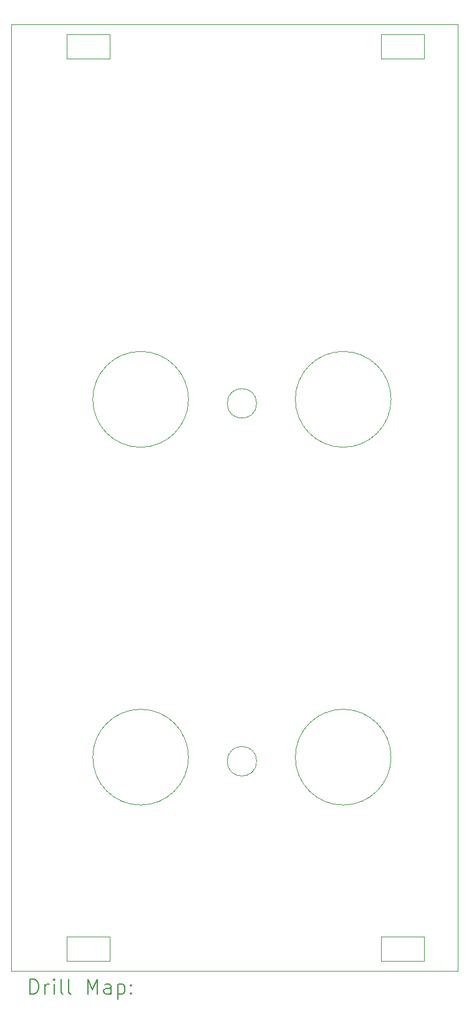
<source format=gbr>
%FSLAX45Y45*%
G04 Gerber Fmt 4.5, Leading zero omitted, Abs format (unit mm)*
G04 Created by KiCad (PCBNEW (6.0.4-0)) date 2022-10-28 00:48:45*
%MOMM*%
%LPD*%
G01*
G04 APERTURE LIST*
%TA.AperFunction,Profile*%
%ADD10C,0.050000*%
%TD*%
%ADD11C,0.200000*%
G04 APERTURE END LIST*
D10*
X7160000Y-6920000D02*
G75*
G03*
X7160000Y-6920000I-650000J0D01*
G01*
X4410000Y-6920000D02*
G75*
G03*
X4410000Y-6920000I-650000J0D01*
G01*
X5335000Y-6975000D02*
G75*
G03*
X5335000Y-6975000I-200000J0D01*
G01*
X5335000Y-11830000D02*
G75*
G03*
X5335000Y-11830000I-200000J0D01*
G01*
X4410000Y-11775000D02*
G75*
G03*
X4410000Y-11775000I-650000J0D01*
G01*
X7160000Y-11775000D02*
G75*
G03*
X7160000Y-11775000I-650000J0D01*
G01*
X2755000Y-14212000D02*
X3345000Y-14212000D01*
X3345000Y-14212000D02*
X3345000Y-14542000D01*
X3345000Y-14542000D02*
X2755000Y-14542000D01*
X2755000Y-14542000D02*
X2755000Y-14212000D01*
X7020000Y-14210000D02*
X7610000Y-14210000D01*
X7610000Y-14210000D02*
X7610000Y-14540000D01*
X7610000Y-14540000D02*
X7020000Y-14540000D01*
X7020000Y-14540000D02*
X7020000Y-14210000D01*
X7020000Y-1965000D02*
X7610000Y-1965000D01*
X7610000Y-1965000D02*
X7610000Y-2295000D01*
X7610000Y-2295000D02*
X7020000Y-2295000D01*
X7020000Y-2295000D02*
X7020000Y-1965000D01*
X2755000Y-1967000D02*
X3345000Y-1967000D01*
X3345000Y-1967000D02*
X3345000Y-2297000D01*
X3345000Y-2297000D02*
X2755000Y-2297000D01*
X2755000Y-2297000D02*
X2755000Y-1967000D01*
X2005000Y-1832000D02*
X8065000Y-1832000D01*
X8065000Y-1832000D02*
X8065000Y-14675000D01*
X8065000Y-14675000D02*
X2005000Y-14675000D01*
X2005000Y-14675000D02*
X2005000Y-1832000D01*
D11*
X2260119Y-14987976D02*
X2260119Y-14787976D01*
X2307738Y-14787976D01*
X2336310Y-14797500D01*
X2355357Y-14816548D01*
X2364881Y-14835595D01*
X2374405Y-14873690D01*
X2374405Y-14902262D01*
X2364881Y-14940357D01*
X2355357Y-14959405D01*
X2336310Y-14978452D01*
X2307738Y-14987976D01*
X2260119Y-14987976D01*
X2460119Y-14987976D02*
X2460119Y-14854643D01*
X2460119Y-14892738D02*
X2469643Y-14873690D01*
X2479167Y-14864167D01*
X2498214Y-14854643D01*
X2517262Y-14854643D01*
X2583929Y-14987976D02*
X2583929Y-14854643D01*
X2583929Y-14787976D02*
X2574405Y-14797500D01*
X2583929Y-14807024D01*
X2593452Y-14797500D01*
X2583929Y-14787976D01*
X2583929Y-14807024D01*
X2707738Y-14987976D02*
X2688690Y-14978452D01*
X2679167Y-14959405D01*
X2679167Y-14787976D01*
X2812500Y-14987976D02*
X2793452Y-14978452D01*
X2783929Y-14959405D01*
X2783929Y-14787976D01*
X3041071Y-14987976D02*
X3041071Y-14787976D01*
X3107738Y-14930833D01*
X3174405Y-14787976D01*
X3174405Y-14987976D01*
X3355357Y-14987976D02*
X3355357Y-14883214D01*
X3345833Y-14864167D01*
X3326786Y-14854643D01*
X3288690Y-14854643D01*
X3269643Y-14864167D01*
X3355357Y-14978452D02*
X3336309Y-14987976D01*
X3288690Y-14987976D01*
X3269643Y-14978452D01*
X3260119Y-14959405D01*
X3260119Y-14940357D01*
X3269643Y-14921309D01*
X3288690Y-14911786D01*
X3336309Y-14911786D01*
X3355357Y-14902262D01*
X3450595Y-14854643D02*
X3450595Y-15054643D01*
X3450595Y-14864167D02*
X3469643Y-14854643D01*
X3507738Y-14854643D01*
X3526786Y-14864167D01*
X3536309Y-14873690D01*
X3545833Y-14892738D01*
X3545833Y-14949881D01*
X3536309Y-14968928D01*
X3526786Y-14978452D01*
X3507738Y-14987976D01*
X3469643Y-14987976D01*
X3450595Y-14978452D01*
X3631548Y-14968928D02*
X3641071Y-14978452D01*
X3631548Y-14987976D01*
X3622024Y-14978452D01*
X3631548Y-14968928D01*
X3631548Y-14987976D01*
X3631548Y-14864167D02*
X3641071Y-14873690D01*
X3631548Y-14883214D01*
X3622024Y-14873690D01*
X3631548Y-14864167D01*
X3631548Y-14883214D01*
M02*

</source>
